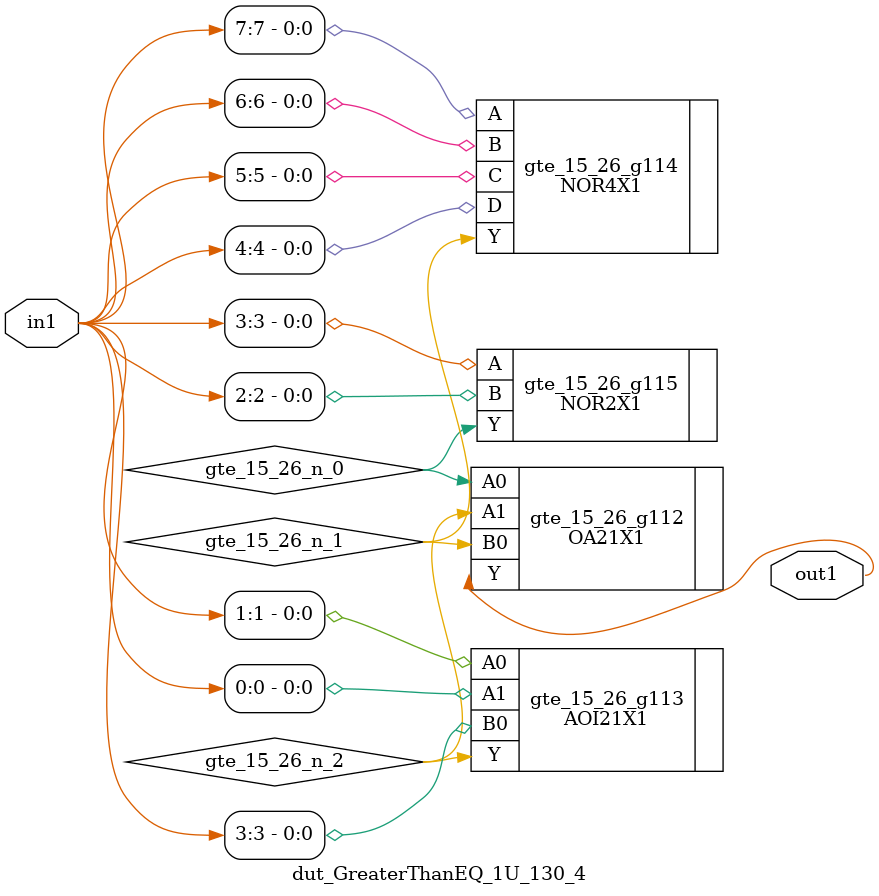
<source format=v>
`timescale 1ps / 1ps


module dut_GreaterThanEQ_1U_130_4(in1, out1);
  input [7:0] in1;
  output out1;
  wire [7:0] in1;
  wire out1;
  wire gte_15_26_n_0, gte_15_26_n_1, gte_15_26_n_2;
  OA21X1 gte_15_26_g112(.A0 (gte_15_26_n_0), .A1 (gte_15_26_n_2), .B0
       (gte_15_26_n_1), .Y (out1));
  AOI21X1 gte_15_26_g113(.A0 (in1[1]), .A1 (in1[0]), .B0 (in1[3]), .Y
       (gte_15_26_n_2));
  NOR4X1 gte_15_26_g114(.A (in1[7]), .B (in1[6]), .C (in1[5]), .D
       (in1[4]), .Y (gte_15_26_n_1));
  NOR2X1 gte_15_26_g115(.A (in1[3]), .B (in1[2]), .Y (gte_15_26_n_0));
endmodule



</source>
